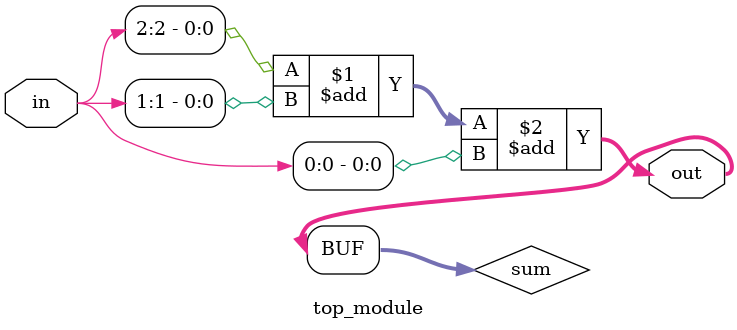
<source format=sv>
module top_module (
	input [2:0] in,
	output [1:0] out
);

	// Internal wire to hold the sum of the bits
	wire [1:0] sum;

	// Add the three input bits together
	assign sum = in[2] + in[1] + in[0];

	// Assign the sum to the outputs
	assign out = sum;

endmodule

</source>
